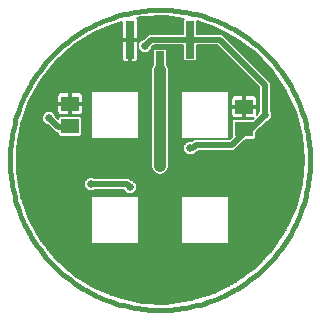
<source format=gbl>
G75*
%MOIN*%
%OFA0B0*%
%FSLAX25Y25*%
%IPPOS*%
%LPD*%
%AMOC8*
5,1,8,0,0,1.08239X$1,22.5*
%
%ADD10C,0.01600*%
%ADD11R,0.05906X0.05118*%
%ADD12R,0.02700X0.12600*%
%ADD13C,0.00600*%
%ADD14C,0.02578*%
%ADD15C,0.02000*%
%ADD16C,0.01000*%
%ADD17C,0.04000*%
D10*
X0046300Y0091300D02*
X0046315Y0092527D01*
X0046360Y0093753D01*
X0046435Y0094978D01*
X0046541Y0096201D01*
X0046676Y0097421D01*
X0046841Y0098637D01*
X0047036Y0099848D01*
X0047261Y0101055D01*
X0047515Y0102255D01*
X0047798Y0103449D01*
X0048111Y0104636D01*
X0048453Y0105814D01*
X0048824Y0106984D01*
X0049223Y0108144D01*
X0049650Y0109295D01*
X0050106Y0110434D01*
X0050590Y0111562D01*
X0051101Y0112678D01*
X0051639Y0113781D01*
X0052204Y0114870D01*
X0052796Y0115945D01*
X0053414Y0117005D01*
X0054057Y0118050D01*
X0054727Y0119079D01*
X0055421Y0120090D01*
X0056140Y0121085D01*
X0056883Y0122062D01*
X0057649Y0123020D01*
X0058440Y0123959D01*
X0059252Y0124878D01*
X0060088Y0125777D01*
X0060945Y0126655D01*
X0061823Y0127512D01*
X0062722Y0128348D01*
X0063641Y0129160D01*
X0064580Y0129951D01*
X0065538Y0130717D01*
X0066515Y0131460D01*
X0067510Y0132179D01*
X0068521Y0132873D01*
X0069550Y0133543D01*
X0070595Y0134186D01*
X0071655Y0134804D01*
X0072730Y0135396D01*
X0073819Y0135961D01*
X0074922Y0136499D01*
X0076038Y0137010D01*
X0077166Y0137494D01*
X0078305Y0137950D01*
X0079456Y0138377D01*
X0080616Y0138776D01*
X0081786Y0139147D01*
X0082964Y0139489D01*
X0084151Y0139802D01*
X0085345Y0140085D01*
X0086545Y0140339D01*
X0087752Y0140564D01*
X0088963Y0140759D01*
X0090179Y0140924D01*
X0091399Y0141059D01*
X0092622Y0141165D01*
X0093847Y0141240D01*
X0095073Y0141285D01*
X0096300Y0141300D01*
X0097527Y0141285D01*
X0098753Y0141240D01*
X0099978Y0141165D01*
X0101201Y0141059D01*
X0102421Y0140924D01*
X0103637Y0140759D01*
X0104848Y0140564D01*
X0106055Y0140339D01*
X0107255Y0140085D01*
X0108449Y0139802D01*
X0109636Y0139489D01*
X0110814Y0139147D01*
X0111984Y0138776D01*
X0113144Y0138377D01*
X0114295Y0137950D01*
X0115434Y0137494D01*
X0116562Y0137010D01*
X0117678Y0136499D01*
X0118781Y0135961D01*
X0119870Y0135396D01*
X0120945Y0134804D01*
X0122005Y0134186D01*
X0123050Y0133543D01*
X0124079Y0132873D01*
X0125090Y0132179D01*
X0126085Y0131460D01*
X0127062Y0130717D01*
X0128020Y0129951D01*
X0128959Y0129160D01*
X0129878Y0128348D01*
X0130777Y0127512D01*
X0131655Y0126655D01*
X0132512Y0125777D01*
X0133348Y0124878D01*
X0134160Y0123959D01*
X0134951Y0123020D01*
X0135717Y0122062D01*
X0136460Y0121085D01*
X0137179Y0120090D01*
X0137873Y0119079D01*
X0138543Y0118050D01*
X0139186Y0117005D01*
X0139804Y0115945D01*
X0140396Y0114870D01*
X0140961Y0113781D01*
X0141499Y0112678D01*
X0142010Y0111562D01*
X0142494Y0110434D01*
X0142950Y0109295D01*
X0143377Y0108144D01*
X0143776Y0106984D01*
X0144147Y0105814D01*
X0144489Y0104636D01*
X0144802Y0103449D01*
X0145085Y0102255D01*
X0145339Y0101055D01*
X0145564Y0099848D01*
X0145759Y0098637D01*
X0145924Y0097421D01*
X0146059Y0096201D01*
X0146165Y0094978D01*
X0146240Y0093753D01*
X0146285Y0092527D01*
X0146300Y0091300D01*
X0146285Y0090073D01*
X0146240Y0088847D01*
X0146165Y0087622D01*
X0146059Y0086399D01*
X0145924Y0085179D01*
X0145759Y0083963D01*
X0145564Y0082752D01*
X0145339Y0081545D01*
X0145085Y0080345D01*
X0144802Y0079151D01*
X0144489Y0077964D01*
X0144147Y0076786D01*
X0143776Y0075616D01*
X0143377Y0074456D01*
X0142950Y0073305D01*
X0142494Y0072166D01*
X0142010Y0071038D01*
X0141499Y0069922D01*
X0140961Y0068819D01*
X0140396Y0067730D01*
X0139804Y0066655D01*
X0139186Y0065595D01*
X0138543Y0064550D01*
X0137873Y0063521D01*
X0137179Y0062510D01*
X0136460Y0061515D01*
X0135717Y0060538D01*
X0134951Y0059580D01*
X0134160Y0058641D01*
X0133348Y0057722D01*
X0132512Y0056823D01*
X0131655Y0055945D01*
X0130777Y0055088D01*
X0129878Y0054252D01*
X0128959Y0053440D01*
X0128020Y0052649D01*
X0127062Y0051883D01*
X0126085Y0051140D01*
X0125090Y0050421D01*
X0124079Y0049727D01*
X0123050Y0049057D01*
X0122005Y0048414D01*
X0120945Y0047796D01*
X0119870Y0047204D01*
X0118781Y0046639D01*
X0117678Y0046101D01*
X0116562Y0045590D01*
X0115434Y0045106D01*
X0114295Y0044650D01*
X0113144Y0044223D01*
X0111984Y0043824D01*
X0110814Y0043453D01*
X0109636Y0043111D01*
X0108449Y0042798D01*
X0107255Y0042515D01*
X0106055Y0042261D01*
X0104848Y0042036D01*
X0103637Y0041841D01*
X0102421Y0041676D01*
X0101201Y0041541D01*
X0099978Y0041435D01*
X0098753Y0041360D01*
X0097527Y0041315D01*
X0096300Y0041300D01*
X0095073Y0041315D01*
X0093847Y0041360D01*
X0092622Y0041435D01*
X0091399Y0041541D01*
X0090179Y0041676D01*
X0088963Y0041841D01*
X0087752Y0042036D01*
X0086545Y0042261D01*
X0085345Y0042515D01*
X0084151Y0042798D01*
X0082964Y0043111D01*
X0081786Y0043453D01*
X0080616Y0043824D01*
X0079456Y0044223D01*
X0078305Y0044650D01*
X0077166Y0045106D01*
X0076038Y0045590D01*
X0074922Y0046101D01*
X0073819Y0046639D01*
X0072730Y0047204D01*
X0071655Y0047796D01*
X0070595Y0048414D01*
X0069550Y0049057D01*
X0068521Y0049727D01*
X0067510Y0050421D01*
X0066515Y0051140D01*
X0065538Y0051883D01*
X0064580Y0052649D01*
X0063641Y0053440D01*
X0062722Y0054252D01*
X0061823Y0055088D01*
X0060945Y0055945D01*
X0060088Y0056823D01*
X0059252Y0057722D01*
X0058440Y0058641D01*
X0057649Y0059580D01*
X0056883Y0060538D01*
X0056140Y0061515D01*
X0055421Y0062510D01*
X0054727Y0063521D01*
X0054057Y0064550D01*
X0053414Y0065595D01*
X0052796Y0066655D01*
X0052204Y0067730D01*
X0051639Y0068819D01*
X0051101Y0069922D01*
X0050590Y0071038D01*
X0050106Y0072166D01*
X0049650Y0073305D01*
X0049223Y0074456D01*
X0048824Y0075616D01*
X0048453Y0076786D01*
X0048111Y0077964D01*
X0047798Y0079151D01*
X0047515Y0080345D01*
X0047261Y0081545D01*
X0047036Y0082752D01*
X0046841Y0083963D01*
X0046676Y0085179D01*
X0046541Y0086399D01*
X0046435Y0087622D01*
X0046360Y0088847D01*
X0046315Y0090073D01*
X0046300Y0091300D01*
D11*
X0066300Y0102560D03*
X0066300Y0110040D03*
X0124300Y0109040D03*
X0124300Y0101560D03*
D12*
X0096300Y0121200D03*
X0086300Y0131400D03*
X0106300Y0131400D03*
D13*
X0061718Y0058156D02*
X0067817Y0052789D01*
X0074735Y0048529D01*
X0082274Y0045500D01*
X0090216Y0043788D01*
X0098333Y0043443D01*
X0106392Y0044475D01*
X0114160Y0046854D01*
X0121414Y0050512D01*
X0127946Y0055343D01*
X0133568Y0061208D01*
X0138117Y0067939D01*
X0141464Y0075343D01*
X0143511Y0083205D01*
X0143511Y0083205D01*
X0144200Y0091300D01*
X0099200Y0091300D01*
X0099200Y0091899D02*
X0144149Y0091899D01*
X0144098Y0092497D02*
X0099200Y0092497D01*
X0099200Y0093096D02*
X0144047Y0093096D01*
X0143996Y0093694D02*
X0108381Y0093694D01*
X0108087Y0093400D02*
X0109087Y0094400D01*
X0121087Y0094400D01*
X0122200Y0095513D01*
X0124788Y0098101D01*
X0127626Y0098101D01*
X0128153Y0098628D01*
X0128153Y0100466D01*
X0131798Y0104111D01*
X0132207Y0104111D01*
X0133489Y0105393D01*
X0133489Y0107207D01*
X0133200Y0107496D01*
X0133200Y0117087D01*
X0132087Y0118200D01*
X0116987Y0133300D01*
X0108550Y0133300D01*
X0108550Y0137464D01*
X0114160Y0135746D01*
X0121414Y0132088D01*
X0127946Y0127257D01*
X0133568Y0121392D01*
X0138117Y0114661D01*
X0141464Y0107257D01*
X0143511Y0099395D01*
X0144200Y0091300D01*
X0144149Y0090701D02*
X0099200Y0090701D01*
X0099200Y0090103D02*
X0144098Y0090103D01*
X0144047Y0089504D02*
X0099200Y0089504D01*
X0099200Y0088906D02*
X0143996Y0088906D01*
X0143945Y0088307D02*
X0099028Y0088307D01*
X0099200Y0088723D02*
X0099200Y0121777D01*
X0098758Y0122843D01*
X0098550Y0123051D01*
X0098550Y0127873D01*
X0098023Y0128400D01*
X0094577Y0128400D01*
X0094050Y0127873D01*
X0094050Y0123051D01*
X0093841Y0122843D01*
X0093400Y0121777D01*
X0093400Y0088723D01*
X0093841Y0087657D01*
X0094657Y0086841D01*
X0095723Y0086400D01*
X0096877Y0086400D01*
X0097943Y0086841D01*
X0098758Y0087657D01*
X0099200Y0088723D01*
X0098780Y0087709D02*
X0143894Y0087709D01*
X0143843Y0087110D02*
X0098212Y0087110D01*
X0097147Y0086512D02*
X0143792Y0086512D01*
X0143742Y0085913D02*
X0048800Y0085913D01*
X0048902Y0085315D02*
X0072219Y0085315D01*
X0072393Y0085489D02*
X0071111Y0084207D01*
X0071111Y0082393D01*
X0072393Y0081111D01*
X0074207Y0081111D01*
X0074496Y0081400D01*
X0084111Y0081400D01*
X0084111Y0081393D01*
X0085393Y0080111D01*
X0087207Y0080111D01*
X0088489Y0081393D01*
X0088489Y0083207D01*
X0087207Y0084489D01*
X0086798Y0084489D01*
X0086087Y0085200D01*
X0074496Y0085200D01*
X0074207Y0085489D01*
X0072393Y0085489D01*
X0071621Y0084716D02*
X0049005Y0084716D01*
X0049108Y0084118D02*
X0071111Y0084118D01*
X0071111Y0083519D02*
X0049210Y0083519D01*
X0049313Y0082921D02*
X0071111Y0082921D01*
X0071182Y0082322D02*
X0049415Y0082322D01*
X0049518Y0081724D02*
X0071780Y0081724D01*
X0072379Y0081125D02*
X0049621Y0081125D01*
X0049723Y0080527D02*
X0084978Y0080527D01*
X0084379Y0081125D02*
X0074221Y0081125D01*
X0073551Y0079400D02*
X0073200Y0079049D01*
X0073200Y0063551D01*
X0073551Y0063200D01*
X0074049Y0063200D01*
X0089049Y0063200D01*
X0089400Y0063551D01*
X0089400Y0079049D01*
X0089049Y0079400D01*
X0073551Y0079400D01*
X0073481Y0079330D02*
X0049929Y0079330D01*
X0049946Y0079230D02*
X0048573Y0087238D01*
X0048573Y0095362D01*
X0049946Y0103370D01*
X0052652Y0111030D01*
X0056614Y0118123D01*
X0061718Y0124444D01*
X0067817Y0129811D01*
X0074735Y0134071D01*
X0082274Y0137100D01*
X0083650Y0137397D01*
X0083650Y0131700D01*
X0086000Y0131700D01*
X0086000Y0131100D01*
X0083650Y0131100D01*
X0083650Y0124929D01*
X0083739Y0124598D01*
X0083910Y0124302D01*
X0084152Y0124060D01*
X0084448Y0123889D01*
X0084779Y0123800D01*
X0086000Y0123800D01*
X0086000Y0131100D01*
X0086600Y0131100D01*
X0086600Y0131700D01*
X0088950Y0131700D01*
X0088950Y0137871D01*
X0088861Y0138202D01*
X0088698Y0138485D01*
X0090216Y0138812D01*
X0098333Y0139157D01*
X0104362Y0138385D01*
X0104050Y0138073D01*
X0104050Y0133300D01*
X0092613Y0133300D01*
X0090802Y0131489D01*
X0090393Y0131489D01*
X0089111Y0130207D01*
X0089111Y0128393D01*
X0090393Y0127111D01*
X0092207Y0127111D01*
X0093489Y0128393D01*
X0093489Y0128802D01*
X0094187Y0129500D01*
X0104050Y0129500D01*
X0104050Y0124727D01*
X0104577Y0124200D01*
X0108023Y0124200D01*
X0108550Y0124727D01*
X0108550Y0129500D01*
X0115413Y0129500D01*
X0129400Y0115513D01*
X0129400Y0107496D01*
X0129111Y0107207D01*
X0129111Y0106798D01*
X0128527Y0106214D01*
X0128553Y0106310D01*
X0128553Y0108740D01*
X0124600Y0108740D01*
X0124600Y0105181D01*
X0127424Y0105181D01*
X0127520Y0105207D01*
X0127332Y0105019D01*
X0120974Y0105019D01*
X0120447Y0104492D01*
X0120447Y0099134D01*
X0119513Y0098200D01*
X0107513Y0098200D01*
X0106802Y0097489D01*
X0105393Y0097489D01*
X0104111Y0096207D01*
X0104111Y0094393D01*
X0105393Y0093111D01*
X0107207Y0093111D01*
X0107496Y0093400D01*
X0108087Y0093400D01*
X0108980Y0094293D02*
X0143945Y0094293D01*
X0143894Y0094891D02*
X0121578Y0094891D01*
X0122177Y0095490D02*
X0143843Y0095490D01*
X0143792Y0096088D02*
X0122775Y0096088D01*
X0123374Y0096687D02*
X0143742Y0096687D01*
X0143691Y0097285D02*
X0123972Y0097285D01*
X0124571Y0097884D02*
X0143640Y0097884D01*
X0143589Y0098482D02*
X0128007Y0098482D01*
X0128153Y0099081D02*
X0143538Y0099081D01*
X0143437Y0099679D02*
X0128153Y0099679D01*
X0128153Y0100278D02*
X0143281Y0100278D01*
X0143125Y0100876D02*
X0128563Y0100876D01*
X0129162Y0101475D02*
X0142970Y0101475D01*
X0142814Y0102073D02*
X0129760Y0102073D01*
X0130359Y0102672D02*
X0142658Y0102672D01*
X0142502Y0103270D02*
X0130957Y0103270D01*
X0131556Y0103869D02*
X0142346Y0103869D01*
X0142190Y0104467D02*
X0132563Y0104467D01*
X0133161Y0105066D02*
X0142034Y0105066D01*
X0141879Y0105664D02*
X0133489Y0105664D01*
X0133489Y0106263D02*
X0141723Y0106263D01*
X0141567Y0106861D02*
X0133489Y0106861D01*
X0133236Y0107460D02*
X0141372Y0107460D01*
X0141102Y0108058D02*
X0133200Y0108058D01*
X0133200Y0108657D02*
X0140831Y0108657D01*
X0140561Y0109255D02*
X0133200Y0109255D01*
X0133200Y0109854D02*
X0140290Y0109854D01*
X0140020Y0110452D02*
X0133200Y0110452D01*
X0133200Y0111051D02*
X0139749Y0111051D01*
X0139479Y0111649D02*
X0133200Y0111649D01*
X0133200Y0112248D02*
X0139208Y0112248D01*
X0138937Y0112846D02*
X0133200Y0112846D01*
X0133200Y0113445D02*
X0138667Y0113445D01*
X0138396Y0114043D02*
X0133200Y0114043D01*
X0133200Y0114642D02*
X0138126Y0114642D01*
X0137725Y0115240D02*
X0133200Y0115240D01*
X0133200Y0115839D02*
X0137321Y0115839D01*
X0136916Y0116437D02*
X0133200Y0116437D01*
X0133200Y0117036D02*
X0136512Y0117036D01*
X0136107Y0117634D02*
X0132652Y0117634D01*
X0132054Y0118233D02*
X0135703Y0118233D01*
X0135298Y0118832D02*
X0131455Y0118832D01*
X0130857Y0119430D02*
X0134894Y0119430D01*
X0134489Y0120029D02*
X0130258Y0120029D01*
X0129660Y0120627D02*
X0134085Y0120627D01*
X0133680Y0121226D02*
X0129061Y0121226D01*
X0128463Y0121824D02*
X0133154Y0121824D01*
X0132580Y0122423D02*
X0127864Y0122423D01*
X0127266Y0123021D02*
X0132006Y0123021D01*
X0131433Y0123620D02*
X0126667Y0123620D01*
X0126069Y0124218D02*
X0130859Y0124218D01*
X0130285Y0124817D02*
X0125470Y0124817D01*
X0124872Y0125415D02*
X0129712Y0125415D01*
X0129138Y0126014D02*
X0124273Y0126014D01*
X0123675Y0126612D02*
X0128565Y0126612D01*
X0127991Y0127211D02*
X0123076Y0127211D01*
X0122478Y0127809D02*
X0127200Y0127809D01*
X0126391Y0128408D02*
X0121879Y0128408D01*
X0121281Y0129006D02*
X0125581Y0129006D01*
X0124772Y0129605D02*
X0120682Y0129605D01*
X0120084Y0130203D02*
X0123963Y0130203D01*
X0123154Y0130802D02*
X0119485Y0130802D01*
X0118887Y0131400D02*
X0122345Y0131400D01*
X0121535Y0131999D02*
X0118288Y0131999D01*
X0117690Y0132597D02*
X0120405Y0132597D01*
X0119218Y0133196D02*
X0117091Y0133196D01*
X0118031Y0133794D02*
X0108550Y0133794D01*
X0108550Y0134393D02*
X0116843Y0134393D01*
X0115656Y0134991D02*
X0108550Y0134991D01*
X0108550Y0135590D02*
X0114469Y0135590D01*
X0112715Y0136188D02*
X0108550Y0136188D01*
X0108550Y0136787D02*
X0110761Y0136787D01*
X0108806Y0137385D02*
X0108550Y0137385D01*
X0104050Y0137385D02*
X0088950Y0137385D01*
X0088950Y0136787D02*
X0104050Y0136787D01*
X0104050Y0136188D02*
X0088950Y0136188D01*
X0088950Y0135590D02*
X0104050Y0135590D01*
X0104050Y0134991D02*
X0088950Y0134991D01*
X0088950Y0134393D02*
X0104050Y0134393D01*
X0104050Y0133794D02*
X0088950Y0133794D01*
X0088950Y0133196D02*
X0092509Y0133196D01*
X0091910Y0132597D02*
X0088950Y0132597D01*
X0088950Y0131999D02*
X0091312Y0131999D01*
X0090305Y0131400D02*
X0086600Y0131400D01*
X0086600Y0131100D02*
X0088950Y0131100D01*
X0088950Y0124929D01*
X0088861Y0124598D01*
X0088690Y0124302D01*
X0088448Y0124060D01*
X0088152Y0123889D01*
X0087821Y0123800D01*
X0086600Y0123800D01*
X0086600Y0131100D01*
X0086600Y0130802D02*
X0086000Y0130802D01*
X0086000Y0131400D02*
X0070397Y0131400D01*
X0069425Y0130802D02*
X0083650Y0130802D01*
X0083650Y0130203D02*
X0068453Y0130203D01*
X0067582Y0129605D02*
X0083650Y0129605D01*
X0083650Y0129006D02*
X0066902Y0129006D01*
X0066222Y0128408D02*
X0083650Y0128408D01*
X0083650Y0127809D02*
X0065542Y0127809D01*
X0064862Y0127211D02*
X0083650Y0127211D01*
X0083650Y0126612D02*
X0064182Y0126612D01*
X0063502Y0126014D02*
X0083650Y0126014D01*
X0083650Y0125415D02*
X0062822Y0125415D01*
X0062142Y0124817D02*
X0083680Y0124817D01*
X0083993Y0124218D02*
X0061536Y0124218D01*
X0061053Y0123620D02*
X0094050Y0123620D01*
X0094050Y0124218D02*
X0088607Y0124218D01*
X0088920Y0124817D02*
X0094050Y0124817D01*
X0094050Y0125415D02*
X0088950Y0125415D01*
X0088950Y0126014D02*
X0094050Y0126014D01*
X0094050Y0126612D02*
X0088950Y0126612D01*
X0088950Y0127211D02*
X0090294Y0127211D01*
X0089695Y0127809D02*
X0088950Y0127809D01*
X0088950Y0128408D02*
X0089111Y0128408D01*
X0089111Y0129006D02*
X0088950Y0129006D01*
X0088950Y0129605D02*
X0089111Y0129605D01*
X0089111Y0130203D02*
X0088950Y0130203D01*
X0088950Y0130802D02*
X0089706Y0130802D01*
X0086600Y0130203D02*
X0086000Y0130203D01*
X0086000Y0129605D02*
X0086600Y0129605D01*
X0086600Y0129006D02*
X0086000Y0129006D01*
X0086000Y0128408D02*
X0086600Y0128408D01*
X0086600Y0127809D02*
X0086000Y0127809D01*
X0086000Y0127211D02*
X0086600Y0127211D01*
X0086600Y0126612D02*
X0086000Y0126612D01*
X0086000Y0126014D02*
X0086600Y0126014D01*
X0086600Y0125415D02*
X0086000Y0125415D01*
X0086000Y0124817D02*
X0086600Y0124817D01*
X0086600Y0124218D02*
X0086000Y0124218D01*
X0092306Y0127211D02*
X0094050Y0127211D01*
X0094050Y0127809D02*
X0092905Y0127809D01*
X0093489Y0128408D02*
X0104050Y0128408D01*
X0104050Y0129006D02*
X0093693Y0129006D01*
X0098550Y0127809D02*
X0104050Y0127809D01*
X0104050Y0127211D02*
X0098550Y0127211D01*
X0098550Y0126612D02*
X0104050Y0126612D01*
X0104050Y0126014D02*
X0098550Y0126014D01*
X0098550Y0125415D02*
X0104050Y0125415D01*
X0104050Y0124817D02*
X0098550Y0124817D01*
X0098550Y0124218D02*
X0104559Y0124218D01*
X0108041Y0124218D02*
X0120695Y0124218D01*
X0121293Y0123620D02*
X0098550Y0123620D01*
X0098580Y0123021D02*
X0121892Y0123021D01*
X0122490Y0122423D02*
X0098933Y0122423D01*
X0099180Y0121824D02*
X0123089Y0121824D01*
X0123687Y0121226D02*
X0099200Y0121226D01*
X0099200Y0120627D02*
X0124286Y0120627D01*
X0124884Y0120029D02*
X0099200Y0120029D01*
X0099200Y0119430D02*
X0125483Y0119430D01*
X0126081Y0118832D02*
X0099200Y0118832D01*
X0099200Y0118233D02*
X0126680Y0118233D01*
X0127278Y0117634D02*
X0099200Y0117634D01*
X0099200Y0117036D02*
X0127877Y0117036D01*
X0128476Y0116437D02*
X0099200Y0116437D01*
X0099200Y0115839D02*
X0129074Y0115839D01*
X0129400Y0115240D02*
X0099200Y0115240D01*
X0099200Y0114642D02*
X0129400Y0114642D01*
X0129400Y0114043D02*
X0119400Y0114043D01*
X0119400Y0114049D02*
X0119049Y0114400D01*
X0103551Y0114400D01*
X0103200Y0114049D01*
X0103200Y0098551D01*
X0103551Y0098200D01*
X0104049Y0098200D01*
X0119049Y0098200D01*
X0119400Y0098551D01*
X0119400Y0114049D01*
X0119400Y0113445D02*
X0129400Y0113445D01*
X0129400Y0112846D02*
X0127621Y0112846D01*
X0127755Y0112811D02*
X0127424Y0112899D01*
X0124600Y0112899D01*
X0124600Y0109340D01*
X0128553Y0109340D01*
X0128553Y0111770D01*
X0128464Y0112101D01*
X0128293Y0112397D01*
X0128051Y0112639D01*
X0127755Y0112811D01*
X0128379Y0112248D02*
X0129400Y0112248D01*
X0129400Y0111649D02*
X0128553Y0111649D01*
X0128553Y0111051D02*
X0129400Y0111051D01*
X0129400Y0110452D02*
X0128553Y0110452D01*
X0128553Y0109854D02*
X0129400Y0109854D01*
X0129400Y0109255D02*
X0124600Y0109255D01*
X0124600Y0109340D02*
X0124600Y0108740D01*
X0124000Y0108740D01*
X0124000Y0105181D01*
X0121176Y0105181D01*
X0120845Y0105270D01*
X0120549Y0105441D01*
X0120307Y0105683D01*
X0120136Y0105979D01*
X0120047Y0106310D01*
X0120047Y0108740D01*
X0124000Y0108740D01*
X0124000Y0109340D01*
X0120047Y0109340D01*
X0120047Y0111770D01*
X0120136Y0112101D01*
X0120307Y0112397D01*
X0120549Y0112639D01*
X0120845Y0112811D01*
X0121176Y0112899D01*
X0124000Y0112899D01*
X0124000Y0109340D01*
X0124600Y0109340D01*
X0124600Y0109854D02*
X0124000Y0109854D01*
X0124000Y0110452D02*
X0124600Y0110452D01*
X0124600Y0111051D02*
X0124000Y0111051D01*
X0124000Y0111649D02*
X0124600Y0111649D01*
X0124600Y0112248D02*
X0124000Y0112248D01*
X0124000Y0112846D02*
X0124600Y0112846D01*
X0120979Y0112846D02*
X0119400Y0112846D01*
X0119400Y0112248D02*
X0120221Y0112248D01*
X0120047Y0111649D02*
X0119400Y0111649D01*
X0119400Y0111051D02*
X0120047Y0111051D01*
X0120047Y0110452D02*
X0119400Y0110452D01*
X0119400Y0109854D02*
X0120047Y0109854D01*
X0119400Y0109255D02*
X0124000Y0109255D01*
X0124000Y0108657D02*
X0124600Y0108657D01*
X0124600Y0108058D02*
X0124000Y0108058D01*
X0124000Y0107460D02*
X0124600Y0107460D01*
X0124600Y0106861D02*
X0124000Y0106861D01*
X0124000Y0106263D02*
X0124600Y0106263D01*
X0124600Y0105664D02*
X0124000Y0105664D01*
X0127379Y0105066D02*
X0119400Y0105066D01*
X0119400Y0105664D02*
X0120326Y0105664D01*
X0120060Y0106263D02*
X0119400Y0106263D01*
X0119400Y0106861D02*
X0120047Y0106861D01*
X0120047Y0107460D02*
X0119400Y0107460D01*
X0119400Y0108058D02*
X0120047Y0108058D01*
X0120047Y0108657D02*
X0119400Y0108657D01*
X0119400Y0104467D02*
X0120447Y0104467D01*
X0120447Y0103869D02*
X0119400Y0103869D01*
X0119400Y0103270D02*
X0120447Y0103270D01*
X0120447Y0102672D02*
X0119400Y0102672D01*
X0119400Y0102073D02*
X0120447Y0102073D01*
X0120447Y0101475D02*
X0119400Y0101475D01*
X0119400Y0100876D02*
X0120447Y0100876D01*
X0120447Y0100278D02*
X0119400Y0100278D01*
X0119400Y0099679D02*
X0120447Y0099679D01*
X0120394Y0099081D02*
X0119400Y0099081D01*
X0119331Y0098482D02*
X0119795Y0098482D01*
X0128540Y0106263D02*
X0128576Y0106263D01*
X0128553Y0106861D02*
X0129111Y0106861D01*
X0129364Y0107460D02*
X0128553Y0107460D01*
X0128553Y0108058D02*
X0129400Y0108058D01*
X0129400Y0108657D02*
X0128553Y0108657D01*
X0107197Y0097884D02*
X0099200Y0097884D01*
X0099200Y0098482D02*
X0103269Y0098482D01*
X0103200Y0099081D02*
X0099200Y0099081D01*
X0099200Y0099679D02*
X0103200Y0099679D01*
X0103200Y0100278D02*
X0099200Y0100278D01*
X0099200Y0100876D02*
X0103200Y0100876D01*
X0103200Y0101475D02*
X0099200Y0101475D01*
X0099200Y0102073D02*
X0103200Y0102073D01*
X0103200Y0102672D02*
X0099200Y0102672D01*
X0099200Y0103270D02*
X0103200Y0103270D01*
X0103200Y0103869D02*
X0099200Y0103869D01*
X0099200Y0104467D02*
X0103200Y0104467D01*
X0103200Y0105066D02*
X0099200Y0105066D01*
X0099200Y0105664D02*
X0103200Y0105664D01*
X0103200Y0106263D02*
X0099200Y0106263D01*
X0099200Y0106861D02*
X0103200Y0106861D01*
X0103200Y0107460D02*
X0099200Y0107460D01*
X0099200Y0108058D02*
X0103200Y0108058D01*
X0103200Y0108657D02*
X0099200Y0108657D01*
X0099200Y0109255D02*
X0103200Y0109255D01*
X0103200Y0109854D02*
X0099200Y0109854D01*
X0099200Y0110452D02*
X0103200Y0110452D01*
X0103200Y0111051D02*
X0099200Y0111051D01*
X0099200Y0111649D02*
X0103200Y0111649D01*
X0103200Y0112248D02*
X0099200Y0112248D01*
X0099200Y0112846D02*
X0103200Y0112846D01*
X0103200Y0113445D02*
X0099200Y0113445D01*
X0099200Y0114043D02*
X0103200Y0114043D01*
X0093400Y0114043D02*
X0089400Y0114043D01*
X0089400Y0114049D02*
X0089049Y0114400D01*
X0073551Y0114400D01*
X0073200Y0114049D01*
X0073200Y0098551D01*
X0073551Y0098200D01*
X0074049Y0098200D01*
X0089049Y0098200D01*
X0089400Y0098551D01*
X0089400Y0114049D01*
X0089400Y0113445D02*
X0093400Y0113445D01*
X0093400Y0112846D02*
X0089400Y0112846D01*
X0089400Y0112248D02*
X0093400Y0112248D01*
X0093400Y0111649D02*
X0089400Y0111649D01*
X0089400Y0111051D02*
X0093400Y0111051D01*
X0093400Y0110452D02*
X0089400Y0110452D01*
X0089400Y0109854D02*
X0093400Y0109854D01*
X0093400Y0109255D02*
X0089400Y0109255D01*
X0089400Y0108657D02*
X0093400Y0108657D01*
X0093400Y0108058D02*
X0089400Y0108058D01*
X0089400Y0107460D02*
X0093400Y0107460D01*
X0093400Y0106861D02*
X0089400Y0106861D01*
X0089400Y0106263D02*
X0093400Y0106263D01*
X0093400Y0105664D02*
X0089400Y0105664D01*
X0089400Y0105066D02*
X0093400Y0105066D01*
X0093400Y0104467D02*
X0089400Y0104467D01*
X0089400Y0103869D02*
X0093400Y0103869D01*
X0093400Y0103270D02*
X0089400Y0103270D01*
X0089400Y0102672D02*
X0093400Y0102672D01*
X0093400Y0102073D02*
X0089400Y0102073D01*
X0089400Y0101475D02*
X0093400Y0101475D01*
X0093400Y0100876D02*
X0089400Y0100876D01*
X0089400Y0100278D02*
X0093400Y0100278D01*
X0093400Y0099679D02*
X0089400Y0099679D01*
X0089400Y0099081D02*
X0093400Y0099081D01*
X0093400Y0098482D02*
X0089331Y0098482D01*
X0093400Y0097884D02*
X0049005Y0097884D01*
X0049108Y0098482D02*
X0073269Y0098482D01*
X0073200Y0099081D02*
X0049210Y0099081D01*
X0049313Y0099679D02*
X0062447Y0099679D01*
X0062447Y0099628D02*
X0062974Y0099101D01*
X0069626Y0099101D01*
X0070153Y0099628D01*
X0070153Y0105492D01*
X0069626Y0106019D01*
X0062974Y0106019D01*
X0062447Y0105492D01*
X0062447Y0104840D01*
X0061489Y0105798D01*
X0061489Y0106207D01*
X0060207Y0107489D01*
X0058393Y0107489D01*
X0057111Y0106207D01*
X0057111Y0104393D01*
X0058393Y0103111D01*
X0058802Y0103111D01*
X0060400Y0101513D01*
X0061513Y0100400D01*
X0062447Y0100400D01*
X0062447Y0099628D01*
X0062447Y0100278D02*
X0049415Y0100278D01*
X0049518Y0100876D02*
X0061037Y0100876D01*
X0060438Y0101475D02*
X0049621Y0101475D01*
X0049723Y0102073D02*
X0059840Y0102073D01*
X0059241Y0102672D02*
X0049826Y0102672D01*
X0049929Y0103270D02*
X0058234Y0103270D01*
X0057636Y0103869D02*
X0050122Y0103869D01*
X0050333Y0104467D02*
X0057111Y0104467D01*
X0057111Y0105066D02*
X0050545Y0105066D01*
X0050756Y0105664D02*
X0057111Y0105664D01*
X0057167Y0106263D02*
X0050968Y0106263D01*
X0051179Y0106861D02*
X0057766Y0106861D01*
X0058364Y0107460D02*
X0051391Y0107460D01*
X0051602Y0108058D02*
X0062047Y0108058D01*
X0062047Y0107460D02*
X0060236Y0107460D01*
X0060834Y0106861D02*
X0062204Y0106861D01*
X0062136Y0106979D02*
X0062307Y0106683D01*
X0062549Y0106441D01*
X0062845Y0106270D01*
X0063176Y0106181D01*
X0066000Y0106181D01*
X0066000Y0109740D01*
X0066600Y0109740D01*
X0066600Y0106181D01*
X0069424Y0106181D01*
X0069755Y0106270D01*
X0070051Y0106441D01*
X0070293Y0106683D01*
X0070464Y0106979D01*
X0070553Y0107310D01*
X0070553Y0109740D01*
X0066600Y0109740D01*
X0066600Y0110340D01*
X0070553Y0110340D01*
X0070553Y0112770D01*
X0070464Y0113101D01*
X0070293Y0113397D01*
X0070051Y0113639D01*
X0069755Y0113811D01*
X0069424Y0113899D01*
X0066600Y0113899D01*
X0066600Y0110340D01*
X0066000Y0110340D01*
X0066000Y0109740D01*
X0062047Y0109740D01*
X0062047Y0107310D01*
X0062136Y0106979D01*
X0061433Y0106263D02*
X0062871Y0106263D01*
X0062620Y0105664D02*
X0061623Y0105664D01*
X0062221Y0105066D02*
X0062447Y0105066D01*
X0062047Y0108657D02*
X0051814Y0108657D01*
X0052025Y0109255D02*
X0062047Y0109255D01*
X0062047Y0110340D02*
X0062047Y0112770D01*
X0062136Y0113101D01*
X0062307Y0113397D01*
X0062549Y0113639D01*
X0062845Y0113811D01*
X0063176Y0113899D01*
X0066000Y0113899D01*
X0066000Y0110340D01*
X0062047Y0110340D01*
X0062047Y0110452D02*
X0052448Y0110452D01*
X0052237Y0109854D02*
X0066000Y0109854D01*
X0066000Y0110452D02*
X0066600Y0110452D01*
X0066600Y0109854D02*
X0073200Y0109854D01*
X0073200Y0110452D02*
X0070553Y0110452D01*
X0070553Y0111051D02*
X0073200Y0111051D01*
X0073200Y0111649D02*
X0070553Y0111649D01*
X0070553Y0112248D02*
X0073200Y0112248D01*
X0073200Y0112846D02*
X0070532Y0112846D01*
X0070246Y0113445D02*
X0073200Y0113445D01*
X0073200Y0114043D02*
X0054336Y0114043D01*
X0054001Y0113445D02*
X0062354Y0113445D01*
X0062068Y0112846D02*
X0053667Y0112846D01*
X0053332Y0112248D02*
X0062047Y0112248D01*
X0062047Y0111649D02*
X0052998Y0111649D01*
X0052664Y0111051D02*
X0062047Y0111051D01*
X0066000Y0111051D02*
X0066600Y0111051D01*
X0066600Y0111649D02*
X0066000Y0111649D01*
X0066000Y0112248D02*
X0066600Y0112248D01*
X0066600Y0112846D02*
X0066000Y0112846D01*
X0066000Y0113445D02*
X0066600Y0113445D01*
X0066600Y0109255D02*
X0066000Y0109255D01*
X0066000Y0108657D02*
X0066600Y0108657D01*
X0066600Y0108058D02*
X0066000Y0108058D01*
X0066000Y0107460D02*
X0066600Y0107460D01*
X0066600Y0106861D02*
X0066000Y0106861D01*
X0066000Y0106263D02*
X0066600Y0106263D01*
X0069729Y0106263D02*
X0073200Y0106263D01*
X0073200Y0106861D02*
X0070396Y0106861D01*
X0070553Y0107460D02*
X0073200Y0107460D01*
X0073200Y0108058D02*
X0070553Y0108058D01*
X0070553Y0108657D02*
X0073200Y0108657D01*
X0073200Y0109255D02*
X0070553Y0109255D01*
X0069980Y0105664D02*
X0073200Y0105664D01*
X0073200Y0105066D02*
X0070153Y0105066D01*
X0070153Y0104467D02*
X0073200Y0104467D01*
X0073200Y0103869D02*
X0070153Y0103869D01*
X0070153Y0103270D02*
X0073200Y0103270D01*
X0073200Y0102672D02*
X0070153Y0102672D01*
X0070153Y0102073D02*
X0073200Y0102073D01*
X0073200Y0101475D02*
X0070153Y0101475D01*
X0070153Y0100876D02*
X0073200Y0100876D01*
X0073200Y0100278D02*
X0070153Y0100278D01*
X0070153Y0099679D02*
X0073200Y0099679D01*
X0074381Y0085315D02*
X0143691Y0085315D01*
X0143640Y0084716D02*
X0086571Y0084716D01*
X0087578Y0084118D02*
X0143589Y0084118D01*
X0143538Y0083519D02*
X0088176Y0083519D01*
X0088489Y0082921D02*
X0143437Y0082921D01*
X0143281Y0082322D02*
X0088489Y0082322D01*
X0088489Y0081724D02*
X0143125Y0081724D01*
X0142970Y0081125D02*
X0088221Y0081125D01*
X0087622Y0080527D02*
X0142814Y0080527D01*
X0142658Y0079928D02*
X0049826Y0079928D01*
X0049946Y0079230D02*
X0052652Y0071570D01*
X0056614Y0064477D01*
X0061718Y0058156D01*
X0061536Y0058382D02*
X0130859Y0058382D01*
X0131433Y0058980D02*
X0061053Y0058980D01*
X0060569Y0059579D02*
X0132006Y0059579D01*
X0132580Y0060177D02*
X0060086Y0060177D01*
X0059603Y0060776D02*
X0133154Y0060776D01*
X0133680Y0061374D02*
X0059120Y0061374D01*
X0058636Y0061973D02*
X0134085Y0061973D01*
X0134489Y0062571D02*
X0058153Y0062571D01*
X0057670Y0063170D02*
X0134894Y0063170D01*
X0135298Y0063768D02*
X0119400Y0063768D01*
X0119400Y0063551D02*
X0119400Y0079049D01*
X0119049Y0079400D01*
X0103551Y0079400D01*
X0103200Y0079049D01*
X0103200Y0063551D01*
X0103551Y0063200D01*
X0104049Y0063200D01*
X0119049Y0063200D01*
X0119400Y0063551D01*
X0119400Y0064367D02*
X0135703Y0064367D01*
X0136107Y0064966D02*
X0119400Y0064966D01*
X0119400Y0065564D02*
X0136512Y0065564D01*
X0136916Y0066163D02*
X0119400Y0066163D01*
X0119400Y0066761D02*
X0137321Y0066761D01*
X0137725Y0067360D02*
X0119400Y0067360D01*
X0119400Y0067958D02*
X0138126Y0067958D01*
X0138396Y0068557D02*
X0119400Y0068557D01*
X0119400Y0069155D02*
X0138667Y0069155D01*
X0138937Y0069754D02*
X0119400Y0069754D01*
X0119400Y0070352D02*
X0139208Y0070352D01*
X0139479Y0070951D02*
X0119400Y0070951D01*
X0119400Y0071549D02*
X0139749Y0071549D01*
X0140020Y0072148D02*
X0119400Y0072148D01*
X0119400Y0072746D02*
X0140290Y0072746D01*
X0140561Y0073345D02*
X0119400Y0073345D01*
X0119400Y0073943D02*
X0140831Y0073943D01*
X0141102Y0074542D02*
X0119400Y0074542D01*
X0119400Y0075140D02*
X0141372Y0075140D01*
X0141567Y0075739D02*
X0119400Y0075739D01*
X0119400Y0076337D02*
X0141723Y0076337D01*
X0141879Y0076936D02*
X0119400Y0076936D01*
X0119400Y0077534D02*
X0142034Y0077534D01*
X0142190Y0078133D02*
X0119400Y0078133D01*
X0119400Y0078731D02*
X0142346Y0078731D01*
X0142502Y0079330D02*
X0119119Y0079330D01*
X0103481Y0079330D02*
X0089119Y0079330D01*
X0089400Y0078731D02*
X0103200Y0078731D01*
X0103200Y0078133D02*
X0089400Y0078133D01*
X0089400Y0077534D02*
X0103200Y0077534D01*
X0103200Y0076936D02*
X0089400Y0076936D01*
X0089400Y0076337D02*
X0103200Y0076337D01*
X0103200Y0075739D02*
X0089400Y0075739D01*
X0089400Y0075140D02*
X0103200Y0075140D01*
X0103200Y0074542D02*
X0089400Y0074542D01*
X0089400Y0073943D02*
X0103200Y0073943D01*
X0103200Y0073345D02*
X0089400Y0073345D01*
X0089400Y0072746D02*
X0103200Y0072746D01*
X0103200Y0072148D02*
X0089400Y0072148D01*
X0089400Y0071549D02*
X0103200Y0071549D01*
X0103200Y0070951D02*
X0089400Y0070951D01*
X0089400Y0070352D02*
X0103200Y0070352D01*
X0103200Y0069754D02*
X0089400Y0069754D01*
X0089400Y0069155D02*
X0103200Y0069155D01*
X0103200Y0068557D02*
X0089400Y0068557D01*
X0089400Y0067958D02*
X0103200Y0067958D01*
X0103200Y0067360D02*
X0089400Y0067360D01*
X0089400Y0066761D02*
X0103200Y0066761D01*
X0103200Y0066163D02*
X0089400Y0066163D01*
X0089400Y0065564D02*
X0103200Y0065564D01*
X0103200Y0064966D02*
X0089400Y0064966D01*
X0089400Y0064367D02*
X0103200Y0064367D01*
X0103200Y0063768D02*
X0089400Y0063768D01*
X0073200Y0063768D02*
X0057187Y0063768D01*
X0056703Y0064367D02*
X0073200Y0064367D01*
X0073200Y0064966D02*
X0056342Y0064966D01*
X0056007Y0065564D02*
X0073200Y0065564D01*
X0073200Y0066163D02*
X0055673Y0066163D01*
X0055339Y0066761D02*
X0073200Y0066761D01*
X0073200Y0067360D02*
X0055004Y0067360D01*
X0054670Y0067958D02*
X0073200Y0067958D01*
X0073200Y0068557D02*
X0054336Y0068557D01*
X0054001Y0069155D02*
X0073200Y0069155D01*
X0073200Y0069754D02*
X0053667Y0069754D01*
X0053332Y0070352D02*
X0073200Y0070352D01*
X0073200Y0070951D02*
X0052998Y0070951D01*
X0052664Y0071549D02*
X0073200Y0071549D01*
X0073200Y0072148D02*
X0052448Y0072148D01*
X0052237Y0072746D02*
X0073200Y0072746D01*
X0073200Y0073345D02*
X0052025Y0073345D01*
X0051814Y0073943D02*
X0073200Y0073943D01*
X0073200Y0074542D02*
X0051602Y0074542D01*
X0051391Y0075140D02*
X0073200Y0075140D01*
X0073200Y0075739D02*
X0051179Y0075739D01*
X0050968Y0076337D02*
X0073200Y0076337D01*
X0073200Y0076936D02*
X0050756Y0076936D01*
X0050545Y0077534D02*
X0073200Y0077534D01*
X0073200Y0078133D02*
X0050333Y0078133D01*
X0050122Y0078731D02*
X0073200Y0078731D01*
X0093820Y0087709D02*
X0048573Y0087709D01*
X0048573Y0088307D02*
X0093572Y0088307D01*
X0093400Y0088906D02*
X0048573Y0088906D01*
X0048573Y0089504D02*
X0093400Y0089504D01*
X0093400Y0090103D02*
X0048573Y0090103D01*
X0048573Y0090701D02*
X0093400Y0090701D01*
X0093400Y0091300D02*
X0048573Y0091300D01*
X0048573Y0091899D02*
X0093400Y0091899D01*
X0093400Y0092497D02*
X0048573Y0092497D01*
X0048573Y0093096D02*
X0093400Y0093096D01*
X0093400Y0093694D02*
X0048573Y0093694D01*
X0048573Y0094293D02*
X0093400Y0094293D01*
X0093400Y0094891D02*
X0048573Y0094891D01*
X0048594Y0095490D02*
X0093400Y0095490D01*
X0093400Y0096088D02*
X0048697Y0096088D01*
X0048800Y0096687D02*
X0093400Y0096687D01*
X0093400Y0097285D02*
X0048902Y0097285D01*
X0048594Y0087110D02*
X0094388Y0087110D01*
X0095453Y0086512D02*
X0048697Y0086512D01*
X0054670Y0114642D02*
X0093400Y0114642D01*
X0093400Y0115240D02*
X0055004Y0115240D01*
X0055339Y0115839D02*
X0093400Y0115839D01*
X0093400Y0116437D02*
X0055673Y0116437D01*
X0056007Y0117036D02*
X0093400Y0117036D01*
X0093400Y0117634D02*
X0056342Y0117634D01*
X0056703Y0118233D02*
X0093400Y0118233D01*
X0093400Y0118832D02*
X0057187Y0118832D01*
X0057670Y0119430D02*
X0093400Y0119430D01*
X0093400Y0120029D02*
X0058153Y0120029D01*
X0058636Y0120627D02*
X0093400Y0120627D01*
X0093400Y0121226D02*
X0059120Y0121226D01*
X0059603Y0121824D02*
X0093420Y0121824D01*
X0093667Y0122423D02*
X0060086Y0122423D01*
X0060569Y0123021D02*
X0094020Y0123021D01*
X0083650Y0131999D02*
X0071369Y0131999D01*
X0072342Y0132597D02*
X0083650Y0132597D01*
X0083650Y0133196D02*
X0073314Y0133196D01*
X0074286Y0133794D02*
X0083650Y0133794D01*
X0083650Y0134393D02*
X0075536Y0134393D01*
X0077025Y0134991D02*
X0083650Y0134991D01*
X0083650Y0135590D02*
X0078515Y0135590D01*
X0080004Y0136188D02*
X0083650Y0136188D01*
X0083650Y0136787D02*
X0081494Y0136787D01*
X0083596Y0137385D02*
X0083650Y0137385D01*
X0088920Y0137984D02*
X0104050Y0137984D01*
X0102819Y0138582D02*
X0089150Y0138582D01*
X0108550Y0129006D02*
X0115907Y0129006D01*
X0116505Y0128408D02*
X0108550Y0128408D01*
X0108550Y0127809D02*
X0117104Y0127809D01*
X0117702Y0127211D02*
X0108550Y0127211D01*
X0108550Y0126612D02*
X0118301Y0126612D01*
X0118899Y0126014D02*
X0108550Y0126014D01*
X0108550Y0125415D02*
X0119498Y0125415D01*
X0120096Y0124817D02*
X0108550Y0124817D01*
X0105189Y0097285D02*
X0099200Y0097285D01*
X0099200Y0096687D02*
X0104591Y0096687D01*
X0104111Y0096088D02*
X0099200Y0096088D01*
X0099200Y0095490D02*
X0104111Y0095490D01*
X0104111Y0094891D02*
X0099200Y0094891D01*
X0099200Y0094293D02*
X0104212Y0094293D01*
X0104810Y0093694D02*
X0099200Y0093694D01*
X0130285Y0057783D02*
X0062142Y0057783D01*
X0062822Y0057185D02*
X0129712Y0057185D01*
X0129138Y0056586D02*
X0063502Y0056586D01*
X0064182Y0055988D02*
X0128565Y0055988D01*
X0127991Y0055389D02*
X0064862Y0055389D01*
X0065542Y0054791D02*
X0127200Y0054791D01*
X0126391Y0054192D02*
X0066222Y0054192D01*
X0066902Y0053594D02*
X0125582Y0053594D01*
X0124772Y0052995D02*
X0067582Y0052995D01*
X0068453Y0052397D02*
X0123963Y0052397D01*
X0123154Y0051798D02*
X0069425Y0051798D01*
X0070397Y0051200D02*
X0122345Y0051200D01*
X0121535Y0050601D02*
X0071369Y0050601D01*
X0072342Y0050003D02*
X0120405Y0050003D01*
X0119218Y0049404D02*
X0073314Y0049404D01*
X0074286Y0048806D02*
X0118031Y0048806D01*
X0116844Y0048207D02*
X0075536Y0048207D01*
X0077025Y0047609D02*
X0115656Y0047609D01*
X0114469Y0047010D02*
X0078515Y0047010D01*
X0080004Y0046412D02*
X0112715Y0046412D01*
X0110761Y0045813D02*
X0081494Y0045813D01*
X0083596Y0045215D02*
X0108806Y0045215D01*
X0106852Y0044616D02*
X0086373Y0044616D01*
X0089150Y0044018D02*
X0102819Y0044018D01*
D14*
X0126300Y0060300D03*
X0137300Y0081300D03*
X0131300Y0106300D03*
X0106300Y0095300D03*
X0096300Y0089300D03*
X0086300Y0082300D03*
X0073300Y0083300D03*
X0056300Y0081300D03*
X0067300Y0059300D03*
X0059300Y0105300D03*
X0076300Y0128300D03*
X0091300Y0129300D03*
D15*
X0093400Y0131400D01*
X0106300Y0131400D01*
X0116200Y0131400D01*
X0131300Y0116300D01*
X0131300Y0106300D01*
X0126300Y0101300D01*
X0124300Y0100300D02*
X0120300Y0096300D01*
X0108300Y0096300D01*
X0107300Y0095300D01*
X0086300Y0082300D02*
X0085300Y0083300D01*
X0073300Y0083300D01*
X0066040Y0102300D02*
X0062300Y0102300D01*
X0059300Y0105300D01*
D16*
X0066040Y0102300D02*
X0066300Y0102560D01*
X0106300Y0095300D02*
X0107300Y0095300D01*
X0124300Y0100300D02*
X0124300Y0101560D01*
X0124560Y0101300D01*
X0126300Y0101300D01*
D17*
X0096300Y0089300D02*
X0096300Y0121200D01*
M02*

</source>
